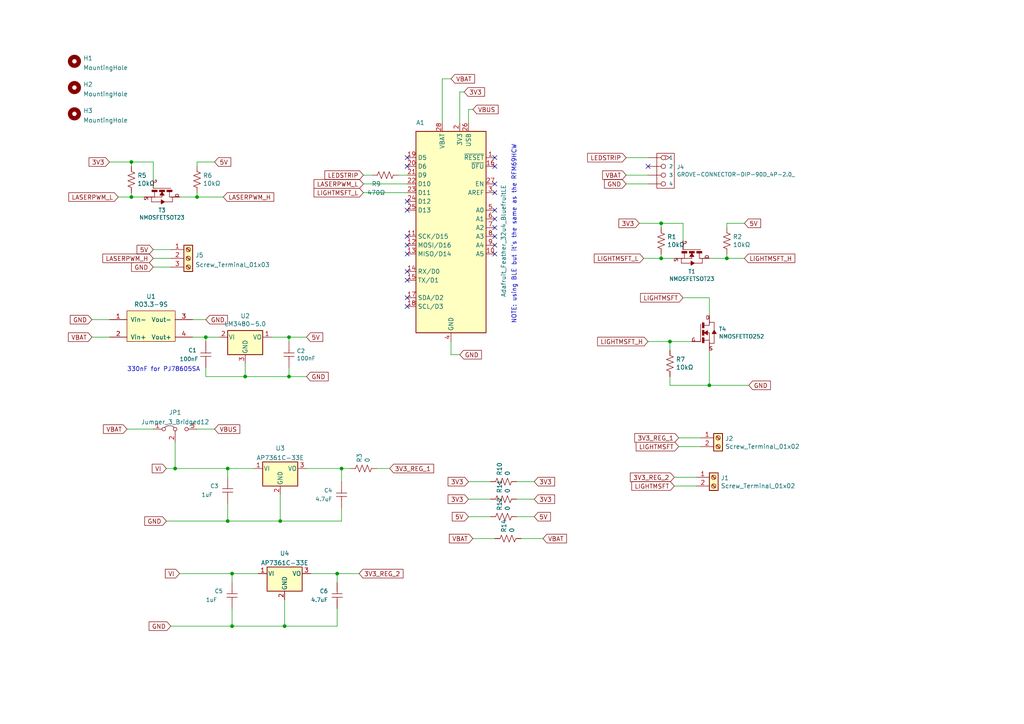
<source format=kicad_sch>
(kicad_sch (version 20211123) (generator eeschema)
  (paper "A4")
  (lib_symbols
    (symbol "Connector:Screw_Terminal_01x02" (pin_names (offset 1.016) hide)
      (property "Reference" "J" (at 0 2.54 0))
      (property "Value" "Screw_Terminal_01x02" (at 0 -5.08 0))
      (symbol "Screw_Terminal_01x02_1_1"
        (rectangle (start -1.27 1.27) (end 1.27 -3.81) (stroke (width 0.254)) (fill (type background)))
        (circle (center 0 -2.54) (radius 0.635) (stroke (width 0.1524)))
        (polyline (pts (xy -0.5334 -2.2098) (xy 0.3302 -3.048)) (stroke (width 0.1524)))
        (polyline (pts (xy -0.5334 0.3302) (xy 0.3302 -0.508)) (stroke (width 0.1524)))
        (polyline (pts (xy -0.3556 -2.032) (xy 0.508 -2.8702)) (stroke (width 0.1524)))
        (polyline (pts (xy -0.3556 0.508) (xy 0.508 -0.3302)) (stroke (width 0.1524)))
        (circle (center 0 0) (radius 0.635) (stroke (width 0.1524)))
        (pin passive line (at -5.08 0 0) (length 3.81) (name "Pin_1") (number "1"))
        (pin passive line (at -5.08 -2.54 0) (length 3.81) (name "Pin_2") (number "2"))
      )
    )
    (symbol "Connector:Screw_Terminal_01x03" (pin_names (offset 1.016) hide)
      (property "Reference" "J" (at 0 5.08 0))
      (property "Value" "Screw_Terminal_01x03" (at 0 -5.08 0))
      (symbol "Screw_Terminal_01x03_1_1"
        (rectangle (start -1.27 3.81) (end 1.27 -3.81) (stroke (width 0.254)) (fill (type background)))
        (circle (center 0 -2.54) (radius 0.635) (stroke (width 0.1524)))
        (polyline (pts (xy -0.5334 -2.2098) (xy 0.3302 -3.048)) (stroke (width 0.1524)))
        (polyline (pts (xy -0.5334 0.3302) (xy 0.3302 -0.508)) (stroke (width 0.1524)))
        (polyline (pts (xy -0.5334 2.8702) (xy 0.3302 2.032)) (stroke (width 0.1524)))
        (polyline (pts (xy -0.3556 -2.032) (xy 0.508 -2.8702)) (stroke (width 0.1524)))
        (polyline (pts (xy -0.3556 0.508) (xy 0.508 -0.3302)) (stroke (width 0.1524)))
        (polyline (pts (xy -0.3556 3.048) (xy 0.508 2.2098)) (stroke (width 0.1524)))
        (circle (center 0 0) (radius 0.635) (stroke (width 0.1524)))
        (circle (center 0 2.54) (radius 0.635) (stroke (width 0.1524)))
        (pin passive line (at -5.08 2.54 0) (length 3.81) (name "Pin_1") (number "1"))
        (pin passive line (at -5.08 0 0) (length 3.81) (name "Pin_2") (number "2"))
        (pin passive line (at -5.08 -2.54 0) (length 3.81) (name "Pin_3") (number "3"))
      )
    )
    (symbol "Converter_DCDC:RO3.3-9S" (pin_names (offset 1.016))
      (property "Reference" "U" (at 0 -5.08 0))
      (property "Value" "Converter_DCDC_RO3.3-9S" (at -1.27 6.35 0))
      (symbol "RO3.3-9S_0_1"
        (rectangle (start -7.62 5.08) (end 6.35 -3.81) (fill (type background)))
      )
      (symbol "RO3.3-9S_1_1"
        (pin input line (at -12.7 2.54 0) (length 5.08) (name "Vin-") (number "1"))
        (pin input line (at -12.7 -2.54 0) (length 5.08) (name "Vin+") (number "2"))
        (pin output line (at 11.43 2.54 180) (length 5.08) (name "Vout-") (number "3"))
        (pin output line (at 11.43 -2.54 180) (length 5.08) (name "Vout+") (number "4"))
      )
    )
    (symbol "Device:R_US" (pin_numbers hide) (pin_names (offset 0))
      (property "Reference" "R" (at 2.54 0 90))
      (property "Value" "R_US" (at -2.54 0 90))
      (symbol "R_US_0_1"
        (polyline (pts (xy 0 -2.286) (xy 0 -2.54)))
        (polyline (pts (xy 0 2.286) (xy 0 2.54)))
        (polyline (pts (xy 0 -0.762) (xy 1.016 -1.143) (xy 0 -1.524) (xy -1.016 -1.905) (xy 0 -2.286)))
        (polyline (pts (xy 0 0.762) (xy 1.016 0.381) (xy 0 0) (xy -1.016 -0.381) (xy 0 -0.762)))
        (polyline (pts (xy 0 2.286) (xy 1.016 1.905) (xy 0 1.524) (xy -1.016 1.143) (xy 0 0.762)))
      )
      (symbol "R_US_1_1"
        (pin passive line (at 0 3.81 270) (length 1.27) (name "~") (number "1"))
        (pin passive line (at 0 -3.81 90) (length 1.27) (name "~") (number "2"))
      )
    )
    (symbol "Jumper:Jumper_3_Bridged12" (pin_names (offset 0) hide)
      (property "Reference" "JP" (at -2.54 -2.54 0))
      (property "Value" "Jumper_3_Bridged12" (at 0 2.794 0))
      (symbol "Jumper_3_Bridged12_0_0"
        (circle (center -3.302 0) (radius 0.508))
        (circle (center 0 0) (radius 0.508))
        (circle (center 3.302 0) (radius 0.508))
      )
      (symbol "Jumper_3_Bridged12_0_1"
        (arc (start -0.254 0.508) (mid -1.651 0.9912) (end -3.048 0.508))
        (polyline (pts (xy 0 -1.27) (xy 0 -0.508)))
      )
      (symbol "Jumper_3_Bridged12_1_1"
        (pin passive line (at -6.35 0 0) (length 2.54) (name "A") (number "1"))
        (pin input line (at 0 -3.81 90) (length 2.54) (name "C") (number "2"))
        (pin passive line (at 6.35 0 180) (length 2.54) (name "B") (number "3"))
      )
    )
    (symbol "MCU_Module:Adafruit_Feather_32u4_BluefruitLE"
      (property "Reference" "A" (at -10.16 28.575 0))
      (property "Value" "Adafruit_Feather_32u4_BluefruitLE" (at 2.54 -31.75 0))
      (symbol "Adafruit_Feather_32u4_BluefruitLE_0_1"
        (rectangle (start -10.16 27.94) (end 10.16 -30.48) (stroke (width 0.254)) (fill (type background)))
      )
      (symbol "Adafruit_Feather_32u4_BluefruitLE_1_1"
        (pin input line (at 12.7 20.32 180) (length 2.54) (name "~{RESET}") (number "1"))
        (pin bidirectional line (at 12.7 -7.62 180) (length 2.54) (name "A5") (number "10"))
        (pin bidirectional line (at -12.7 -2.54 0) (length 2.54) (name "SCK/D15") (number "11"))
        (pin bidirectional line (at -12.7 -5.08 0) (length 2.54) (name "MOSI/D16") (number "12"))
        (pin bidirectional line (at -12.7 -7.62 0) (length 2.54) (name "MISO/D14") (number "13"))
        (pin bidirectional line (at -12.7 -12.7 0) (length 2.54) (name "RX/D0") (number "14"))
        (pin bidirectional line (at -12.7 -15.24 0) (length 2.54) (name "TX/D1") (number "15"))
        (pin input line (at 12.7 17.78 180) (length 2.54) (name "~{DFU}") (number "16"))
        (pin bidirectional line (at -12.7 -20.32 0) (length 2.54) (name "SDA/D2") (number "17"))
        (pin bidirectional line (at -12.7 -22.86 0) (length 2.54) (name "SCL/D3") (number "18"))
        (pin bidirectional line (at -12.7 20.32 0) (length 2.54) (name "D5") (number "19"))
        (pin power_in line (at 2.54 30.48 270) (length 2.54) (name "3V3") (number "2"))
        (pin bidirectional line (at -12.7 17.78 0) (length 2.54) (name "D6") (number "20"))
        (pin bidirectional line (at -12.7 15.24 0) (length 2.54) (name "D9") (number "21"))
        (pin bidirectional line (at -12.7 12.7 0) (length 2.54) (name "D10") (number "22"))
        (pin bidirectional line (at -12.7 10.16 0) (length 2.54) (name "D11") (number "23"))
        (pin bidirectional line (at -12.7 7.62 0) (length 2.54) (name "D12") (number "24"))
        (pin bidirectional line (at -12.7 5.08 0) (length 2.54) (name "D13") (number "25"))
        (pin power_in line (at 5.08 30.48 270) (length 2.54) (name "USB") (number "26"))
        (pin input line (at 12.7 12.7 180) (length 2.54) (name "EN") (number "27"))
        (pin power_in line (at -2.54 30.48 270) (length 2.54) (name "VBAT") (number "28"))
        (pin input line (at 12.7 10.16 180) (length 2.54) (name "AREF") (number "3"))
        (pin power_in line (at 0 -33.02 90) (length 2.54) (name "GND") (number "4"))
        (pin bidirectional line (at 12.7 5.08 180) (length 2.54) (name "A0") (number "5"))
        (pin bidirectional line (at 12.7 2.54 180) (length 2.54) (name "A1") (number "6"))
        (pin bidirectional line (at 12.7 0 180) (length 2.54) (name "A2") (number "7"))
        (pin bidirectional line (at 12.7 -2.54 180) (length 2.54) (name "A3") (number "8"))
        (pin bidirectional line (at 12.7 -5.08 180) (length 2.54) (name "A4") (number "9"))
      )
    )
    (symbol "Mechanical:MountingHole" (pin_names (offset 1.016))
      (property "Reference" "H" (at 0 5.08 0))
      (property "Value" "MountingHole" (at 0 3.175 0))
      (symbol "MountingHole_0_1"
        (circle (center 0 0) (radius 1.27) (stroke (width 1.27)))
      )
    )
    (symbol "OPL_Connector:GROVE-CONNECTOR-DIP-90D_4P-2.0_" (pin_numbers hide) (pin_names (offset 1.016))
      (property "Reference" "J" (at -6.35 6.35 0))
      (property "Value" "OPL_Connector_GROVE-CONNECTOR-DIP-90D_4P-2.0_" (at 0 6.35 0))
      (symbol "GROVE-CONNECTOR-DIP-90D_4P-2.0__1_0"
        (polyline (pts (xy -1.27 -5.08) (xy -1.27 5.08)))
        (polyline (pts (xy -1.27 5.08) (xy 3.81 5.08)))
        (polyline (pts (xy 3.81 -5.08) (xy -1.27 -5.08)))
        (polyline (pts (xy 3.81 5.08) (xy 3.81 -5.08)))
      )
      (symbol "GROVE-CONNECTOR-DIP-90D_4P-2.0__1_1"
        (pin bidirectional inverted_clock (at -3.81 3.81 0) (length 5.08) (name "1") (number "1"))
        (pin bidirectional inverted (at -3.81 1.27 0) (length 5.08) (name "2") (number "2"))
        (pin bidirectional inverted (at -3.81 -1.27 0) (length 5.08) (name "3") (number "3"))
        (pin bidirectional inverted (at -3.81 -3.81 0) (length 5.08) (name "4") (number "4"))
      )
    )
    (symbol "Regulator_Linear:AP7361C-33E" (pin_names (offset 0.254))
      (property "Reference" "U" (at -3.81 3.175 0))
      (property "Value" "AP7361C-33E" (at 0 3.175 0))
      (symbol "AP7361C-33E_0_1"
        (rectangle (start -5.08 -5.08) (end 5.08 1.905) (stroke (width 0.254)) (fill (type background)))
      )
      (symbol "AP7361C-33E_1_1"
        (pin power_in line (at -7.62 0 0) (length 2.54) (name "VI") (number "1"))
        (pin power_in line (at 0 -7.62 90) (length 2.54) (name "GND") (number "2"))
        (pin power_out line (at 7.62 0 180) (length 2.54) (name "VO") (number "3"))
      )
    )
    (symbol "Regulator_Linear:LM3480-5.0" (pin_names (offset 0.254))
      (property "Reference" "U" (at -3.81 3.175 0))
      (property "Value" "LM3480-5.0" (at 0 3.175 0))
      (symbol "LM3480-5.0_0_1"
        (rectangle (start -5.08 1.905) (end 5.08 -5.08) (stroke (width 0.254)) (fill (type background)))
      )
      (symbol "LM3480-5.0_1_1"
        (pin power_out line (at 7.62 0 180) (length 2.54) (name "VO") (number "1"))
        (pin power_in line (at -7.62 0 0) (length 2.54) (name "VI") (number "2"))
        (pin power_in line (at 0 -7.62 90) (length 2.54) (name "GND") (number "3"))
      )
    )
    (symbol "fab:CAP-UNPOLARIZEDFAB" (pin_numbers hide) (pin_names (offset 1.016) hide)
      (property "Reference" "C" (at -3.81 2.54 0))
      (property "Value" "fab_CAP-UNPOLARIZEDFAB" (at -3.81 -3.81 0))
      (symbol "CAP-UNPOLARIZEDFAB_1_0"
        (polyline (pts (xy -2.54 0) (xy -1.778 0)))
        (polyline (pts (xy -1.778 0) (xy -1.778 -1.524)))
        (polyline (pts (xy -1.778 1.524) (xy -1.778 0)))
        (polyline (pts (xy -0.762 0) (xy -0.762 -1.524)))
        (polyline (pts (xy -0.762 0) (xy 0 0)))
        (polyline (pts (xy -0.762 1.524) (xy -0.762 0)))
      )
      (symbol "CAP-UNPOLARIZEDFAB_1_1"
        (pin passive line (at -5.08 0 0) (length 2.54) (name "1") (number "1"))
        (pin passive line (at 2.54 0 180) (length 2.54) (name "2") (number "2"))
      )
    )
    (symbol "fab:NMOSFETSOT23" (pin_numbers hide) (pin_names (offset 1.016) hide)
      (property "Reference" "T" (at 2.54 2.54 0))
      (property "Value" "fab_NMOSFETSOT23" (at 2.54 0 0))
      (symbol "NMOSFETSOT23_1_0"
        (polyline (pts (xy -2.54 -2.54) (xy -2.54 2.54)))
        (polyline (pts (xy -1.524 -2.159) (xy 0 -2.159)))
        (polyline (pts (xy -1.524 2.159) (xy 0 2.159)))
        (polyline (pts (xy -0.508 0) (xy 0 0)))
        (polyline (pts (xy 0 -2.159) (xy 0 -2.54)))
        (polyline (pts (xy 0 0) (xy 0 -2.159)))
        (polyline (pts (xy 0 2.159) (xy 0 2.54)))
        (polyline (pts (xy 0 3.048) (xy 1.397 3.048)))
        (polyline (pts (xy 1.397 -3.048) (xy 0 -3.048)))
        (polyline (pts (xy 1.397 -0.254) (xy 1.397 -3.048)))
        (polyline (pts (xy 1.397 3.048) (xy 1.397 0.762)))
        (text "D" (at -0.4826 4.3942 0) (effects (font (size 1.016 1.016))))
        (text "G" (at -4.5974 -2.032 0) (effects (font (size 1.016 1.016))))
        (text "S" (at 0.4826 -4.572 0) (effects (font (size 1.016 1.016))))
      )
      (symbol "NMOSFETSOT23_1_1"
        (rectangle (start -2.032 -2.921) (end -1.524 -1.397) (fill (type outline)))
        (rectangle (start -2.032 -0.762) (end -1.524 0.762) (fill (type outline)))
        (rectangle (start -2.032 1.397) (end -1.524 2.921) (fill (type outline)))
        (polyline (pts (xy -1.524 0) (xy -0.508 0.635) (xy -0.508 0.635) (xy -0.508 -0.635) (xy -0.508 -0.635) (xy -1.524 0)) (fill (type outline)))
        (polyline (pts (xy 1.397 0.762) (xy 2.032 -0.254) (xy 2.032 -0.254) (xy 0.762 -0.254) (xy 0.762 -0.254) (xy 1.397 0.762)) (fill (type outline)))
        (pin passive line (at 0 5.08 270) (length 2.54) (name "D") (number "1"))
        (pin passive line (at 0 -5.08 90) (length 2.54) (name "S") (number "2"))
        (pin passive line (at -5.08 -2.54 0) (length 2.54) (name "G") (number "3"))
      )
    )
    (symbol "fab:NMOSFETTO252" (pin_numbers hide) (pin_names (offset 1.016) hide)
      (property "Reference" "T" (at 2.54 2.54 0))
      (property "Value" "fab_NMOSFETTO252" (at 2.54 0 0))
      (symbol "NMOSFETTO252_1_0"
        (polyline (pts (xy -2.54 -2.54) (xy -2.54 2.54)))
        (polyline (pts (xy -1.524 -2.159) (xy 0 -2.159)))
        (polyline (pts (xy -1.524 2.159) (xy 0 2.159)))
        (polyline (pts (xy -0.508 0) (xy 0 0)))
        (polyline (pts (xy 0 -2.159) (xy 0 -2.54)))
        (polyline (pts (xy 0 0) (xy 0 -2.159)))
        (polyline (pts (xy 0 2.159) (xy 0 2.54)))
        (polyline (pts (xy 0 3.048) (xy 1.397 3.048)))
        (polyline (pts (xy 1.397 -3.048) (xy 0 -3.048)))
        (polyline (pts (xy 1.397 -0.254) (xy 1.397 -3.048)))
        (polyline (pts (xy 1.397 3.048) (xy 1.397 0.762)))
        (text "D" (at -0.4826 4.3942 0) (effects (font (size 1.016 1.016))))
        (text "G" (at -4.5974 -2.032 0) (effects (font (size 1.016 1.016))))
        (text "S" (at 0.4826 -4.572 0) (effects (font (size 1.016 1.016))))
      )
      (symbol "NMOSFETTO252_1_1"
        (rectangle (start -2.032 -2.921) (end -1.524 -1.397) (fill (type outline)))
        (rectangle (start -2.032 -0.762) (end -1.524 0.762) (fill (type outline)))
        (rectangle (start -2.032 1.397) (end -1.524 2.921) (fill (type outline)))
        (polyline (pts (xy -1.524 0) (xy -0.508 0.635) (xy -0.508 0.635) (xy -0.508 -0.635) (xy -0.508 -0.635) (xy -1.524 0)) (fill (type outline)))
        (polyline (pts (xy 1.397 0.762) (xy 2.032 -0.254) (xy 2.032 -0.254) (xy 0.762 -0.254) (xy 0.762 -0.254) (xy 1.397 0.762)) (fill (type outline)))
        (pin passive line (at -5.08 -2.54 0) (length 2.54) (name "G") (number "1"))
        (pin passive line (at 0 -5.08 90) (length 2.54) (name "S") (number "2"))
        (pin passive line (at 0 5.08 270) (length 2.54) (name "D") (number "3"))
      )
    )
  )
  (junction (at 81.28 151.13))
  (junction (at 82.55 181.61))
  (junction (at 38.1 46.99))
  (junction (at 194.31 99.06))
  (junction (at 205.74 111.76))
  (junction (at 50.8 135.89))
  (junction (at 191.77 74.93))
  (junction (at 38.1 57.15))
  (junction (at 83.82 97.79))
  (junction (at 97.79 166.37))
  (junction (at 71.12 109.22))
  (junction (at 210.82 74.93))
  (junction (at 57.15 57.15))
  (junction (at 99.06 135.89))
  (junction (at 59.69 97.79))
  (junction (at 83.82 109.22))
  (junction (at 67.31 181.61))
  (junction (at 191.77 64.77))
  (junction (at 67.31 166.37))
  (junction (at 66.04 135.89))
  (junction (at 66.04 151.13))
  (no_connect (at 118.11 81.28))
  (no_connect (at 143.51 66.04))
  (no_connect (at 118.11 48.26))
  (no_connect (at 143.51 73.66))
  (no_connect (at 118.11 78.74))
  (no_connect (at 118.11 60.96))
  (no_connect (at 118.11 58.42))
  (no_connect (at 118.11 68.58))
  (no_connect (at 118.11 45.72))
  (no_connect (at 143.51 48.26))
  (no_connect (at 143.51 68.58))
  (no_connect (at 143.51 60.96))
  (no_connect (at 143.51 55.88))
  (no_connect (at 118.11 73.66))
  (no_connect (at 143.51 63.5))
  (no_connect (at 143.51 53.34))
  (no_connect (at 118.11 88.9))
  (no_connect (at 187.96 48.26))
  (no_connect (at 143.51 45.72))
  (no_connect (at 143.51 71.12))
  (no_connect (at 118.11 86.36))
  (no_connect (at 118.11 71.12))
  (wire (pts (xy 66.04 135.89) (xy 73.66 135.89)))
  (wire (pts (xy 191.77 73.66) (xy 191.77 74.93)))
  (wire (pts (xy 67.31 181.61) (xy 82.55 181.61)))
  (wire (pts (xy 38.1 57.15) (xy 38.1 55.88)))
  (wire (pts (xy 57.15 57.15) (xy 52.07 57.15)))
  (wire (pts (xy 66.04 146.05) (xy 66.04 151.13)))
  (wire (pts (xy 205.74 101.6) (xy 205.74 111.76)))
  (wire (pts (xy 59.69 109.22) (xy 71.12 109.22)))
  (wire (pts (xy 38.1 46.99) (xy 44.45 46.99)))
  (wire (pts (xy 210.82 74.93) (xy 215.9 74.93)))
  (wire (pts (xy 36.83 124.46) (xy 44.45 124.46)))
  (wire (pts (xy 137.16 31.75) (xy 135.89 31.75)))
  (wire (pts (xy 90.17 166.37) (xy 97.79 166.37)))
  (wire (pts (xy 71.12 109.22) (xy 71.12 105.41)))
  (wire (pts (xy 83.82 109.22) (xy 71.12 109.22)))
  (wire (pts (xy 134.62 26.67) (xy 133.35 26.67)))
  (wire (pts (xy 196.85 129.54) (xy 203.2 129.54)))
  (wire (pts (xy 31.75 46.99) (xy 38.1 46.99)))
  (wire (pts (xy 82.55 181.61) (xy 82.55 173.99)))
  (wire (pts (xy 194.31 109.22) (xy 194.31 111.76)))
  (wire (pts (xy 26.67 92.71) (xy 31.75 92.71)))
  (wire (pts (xy 57.15 48.26) (xy 57.15 46.99)))
  (wire (pts (xy 128.27 22.86) (xy 128.27 35.56)))
  (wire (pts (xy 105.41 53.34) (xy 118.11 53.34)))
  (wire (pts (xy 205.74 86.36) (xy 205.74 91.44)))
  (wire (pts (xy 26.67 97.79) (xy 31.75 97.79)))
  (wire (pts (xy 99.06 135.89) (xy 101.6 135.89)))
  (wire (pts (xy 52.07 166.37) (xy 67.31 166.37)))
  (wire (pts (xy 194.31 101.6) (xy 194.31 99.06)))
  (wire (pts (xy 59.69 99.06) (xy 59.69 97.79)))
  (wire (pts (xy 105.41 55.88) (xy 118.11 55.88)))
  (wire (pts (xy 133.35 102.87) (xy 130.81 102.87)))
  (wire (pts (xy 83.82 106.68) (xy 83.82 109.22)))
  (wire (pts (xy 151.13 156.21) (xy 157.48 156.21)))
  (wire (pts (xy 34.29 57.15) (xy 38.1 57.15)))
  (wire (pts (xy 57.15 124.46) (xy 62.23 124.46)))
  (wire (pts (xy 210.82 64.77) (xy 215.9 64.77)))
  (wire (pts (xy 186.69 74.93) (xy 191.77 74.93)))
  (wire (pts (xy 66.04 135.89) (xy 66.04 138.43)))
  (wire (pts (xy 149.86 149.86) (xy 154.94 149.86)))
  (wire (pts (xy 196.85 127) (xy 203.2 127)))
  (wire (pts (xy 44.45 74.93) (xy 49.53 74.93)))
  (wire (pts (xy 67.31 166.37) (xy 67.31 168.91)))
  (wire (pts (xy 135.89 139.7) (xy 142.24 139.7)))
  (wire (pts (xy 194.31 111.76) (xy 205.74 111.76)))
  (wire (pts (xy 50.8 128.27) (xy 50.8 135.89)))
  (wire (pts (xy 205.74 74.93) (xy 210.82 74.93)))
  (wire (pts (xy 44.45 72.39) (xy 49.53 72.39)))
  (wire (pts (xy 81.28 151.13) (xy 99.06 151.13)))
  (wire (pts (xy 64.77 57.15) (xy 57.15 57.15)))
  (wire (pts (xy 133.35 26.67) (xy 133.35 35.56)))
  (wire (pts (xy 149.86 144.78) (xy 154.94 144.78)))
  (wire (pts (xy 130.81 22.86) (xy 128.27 22.86)))
  (wire (pts (xy 83.82 99.06) (xy 83.82 97.79)))
  (wire (pts (xy 115.57 50.8) (xy 118.11 50.8)))
  (wire (pts (xy 67.31 176.53) (xy 67.31 181.61)))
  (wire (pts (xy 78.74 97.79) (xy 83.82 97.79)))
  (wire (pts (xy 185.42 64.77) (xy 191.77 64.77)))
  (wire (pts (xy 191.77 66.04) (xy 191.77 64.77)))
  (wire (pts (xy 191.77 64.77) (xy 198.12 64.77)))
  (wire (pts (xy 88.9 109.22) (xy 83.82 109.22)))
  (wire (pts (xy 135.89 31.75) (xy 135.89 35.56)))
  (wire (pts (xy 55.88 97.79) (xy 59.69 97.79)))
  (wire (pts (xy 130.81 102.87) (xy 130.81 99.06)))
  (wire (pts (xy 57.15 46.99) (xy 62.23 46.99)))
  (wire (pts (xy 135.89 149.86) (xy 142.24 149.86)))
  (wire (pts (xy 195.58 140.97) (xy 201.93 140.97)))
  (wire (pts (xy 105.41 50.8) (xy 107.95 50.8)))
  (wire (pts (xy 83.82 97.79) (xy 88.9 97.79)))
  (wire (pts (xy 59.69 106.68) (xy 59.69 109.22)))
  (wire (pts (xy 82.55 181.61) (xy 97.79 181.61)))
  (wire (pts (xy 187.96 50.8) (xy 181.61 50.8)))
  (wire (pts (xy 59.69 97.79) (xy 63.5 97.79)))
  (wire (pts (xy 38.1 57.15) (xy 41.91 57.15)))
  (wire (pts (xy 99.06 135.89) (xy 99.06 139.7)))
  (wire (pts (xy 99.06 151.13) (xy 99.06 147.32)))
  (wire (pts (xy 210.82 66.04) (xy 210.82 64.77)))
  (wire (pts (xy 97.79 166.37) (xy 104.14 166.37)))
  (wire (pts (xy 135.89 144.78) (xy 142.24 144.78)))
  (wire (pts (xy 44.45 46.99) (xy 44.45 52.07)))
  (wire (pts (xy 48.26 151.13) (xy 66.04 151.13)))
  (wire (pts (xy 67.31 166.37) (xy 74.93 166.37)))
  (wire (pts (xy 194.31 99.06) (xy 200.66 99.06)))
  (wire (pts (xy 48.26 135.89) (xy 50.8 135.89)))
  (wire (pts (xy 195.58 138.43) (xy 201.93 138.43)))
  (wire (pts (xy 181.61 53.34) (xy 187.96 53.34)))
  (wire (pts (xy 198.12 86.36) (xy 205.74 86.36)))
  (wire (pts (xy 88.9 135.89) (xy 99.06 135.89)))
  (wire (pts (xy 210.82 73.66) (xy 210.82 74.93)))
  (wire (pts (xy 57.15 55.88) (xy 57.15 57.15)))
  (wire (pts (xy 205.74 111.76) (xy 217.17 111.76)))
  (wire (pts (xy 198.12 64.77) (xy 198.12 69.85)))
  (wire (pts (xy 81.28 151.13) (xy 81.28 143.51)))
  (wire (pts (xy 181.61 45.72) (xy 187.96 45.72)))
  (wire (pts (xy 97.79 166.37) (xy 97.79 168.91)))
  (wire (pts (xy 49.53 181.61) (xy 67.31 181.61)))
  (wire (pts (xy 50.8 135.89) (xy 66.04 135.89)))
  (wire (pts (xy 55.88 92.71) (xy 59.69 92.71)))
  (wire (pts (xy 109.22 135.89) (xy 113.03 135.89)))
  (wire (pts (xy 191.77 74.93) (xy 195.58 74.93)))
  (wire (pts (xy 97.79 181.61) (xy 97.79 176.53)))
  (wire (pts (xy 66.04 151.13) (xy 81.28 151.13)))
  (wire (pts (xy 38.1 48.26) (xy 38.1 46.99)))
  (wire (pts (xy 149.86 139.7) (xy 154.94 139.7)))
  (wire (pts (xy 44.45 77.47) (xy 49.53 77.47)))
  (wire (pts (xy 137.16 156.21) (xy 143.51 156.21)))
  (wire (pts (xy 187.96 99.06) (xy 194.31 99.06)))
  (text "NOTE: using BLE but it’s the same as the RFM69HCW" (at 149.86 93.98 90) (effects (font (size 1.27 1.27)) (justify left bottom)))
  (text "330nF for PJ78605SA" (at 36.83 107.95 0) (effects (font (size 1.27 1.27)) (justify left bottom)))
  (global_label "GND" (shape input) (at 44.45 77.47 180) (property "Intersheet References" "${INTERSHEET_REFS}" (effects hide)))
  (global_label "VI" (shape input) (at 52.07 166.37 180) (property "Intersheet References" "${INTERSHEET_REFS}" (effects hide)))
  (global_label "GND" (shape input) (at 133.35 102.87 0) (property "Intersheet References" "${INTERSHEET_REFS}" (effects hide)))
  (global_label "VI" (shape input) (at 48.26 135.89 180) (property "Intersheet References" "${INTERSHEET_REFS}" (effects hide)))
  (global_label "VBAT" (shape input) (at 36.83 124.46 180) (property "Intersheet References" "${INTERSHEET_REFS}" (effects hide)))
  (global_label "5V" (shape input) (at 44.45 72.39 180) (property "Intersheet References" "${INTERSHEET_REFS}" (effects hide)))
  (global_label "3V3_REG_2" (shape input) (at 195.58 138.43 180) (property "Intersheet References" "${INTERSHEET_REFS}" (effects hide)))
  (global_label "LIGHTMSFT_H" (shape input) (at 187.96 99.06 180) (property "Intersheet References" "${INTERSHEET_REFS}" (effects hide)))
  (global_label "3V3_REG_2" (shape input) (at 104.14 166.37 0) (property "Intersheet References" "${INTERSHEET_REFS}" (effects hide)))
  (global_label "LIGHTMSFT" (shape input) (at 196.85 129.54 180) (property "Intersheet References" "${INTERSHEET_REFS}" (effects hide)))
  (global_label "GND" (shape input) (at 181.61 53.34 180) (property "Intersheet References" "${INTERSHEET_REFS}" (effects hide)))
  (global_label "5V" (shape input) (at 62.23 46.99 0) (property "Intersheet References" "${INTERSHEET_REFS}" (effects hide)))
  (global_label "LIGHTMSFT" (shape input) (at 195.58 140.97 180) (property "Intersheet References" "${INTERSHEET_REFS}" (effects hide)))
  (global_label "5V" (shape input) (at 215.9 64.77 0) (property "Intersheet References" "${INTERSHEET_REFS}" (effects hide)))
  (global_label "VBAT" (shape input) (at 181.61 50.8 180) (property "Intersheet References" "${INTERSHEET_REFS}" (effects hide)))
  (global_label "VBUS" (shape input) (at 137.16 31.75 0) (property "Intersheet References" "${INTERSHEET_REFS}" (effects hide)))
  (global_label "LASERPWM_H" (shape input) (at 44.45 74.93 180) (property "Intersheet References" "${INTERSHEET_REFS}" (effects hide)))
  (global_label "LASERPWM_H" (shape input) (at 64.77 57.15 0) (property "Intersheet References" "${INTERSHEET_REFS}" (effects hide)))
  (global_label "GND" (shape input) (at 59.69 92.71 0) (property "Intersheet References" "${INTERSHEET_REFS}" (effects hide)))
  (global_label "3V3" (shape input) (at 135.89 139.7 180) (property "Intersheet References" "${INTERSHEET_REFS}" (effects hide)))
  (global_label "3V3" (shape input) (at 154.94 144.78 0) (property "Intersheet References" "${INTERSHEET_REFS}" (effects hide)))
  (global_label "3V3" (shape input) (at 185.42 64.77 180) (property "Intersheet References" "${INTERSHEET_REFS}" (effects hide)))
  (global_label "GND" (shape input) (at 88.9 109.22 0) (property "Intersheet References" "${INTERSHEET_REFS}" (effects hide)))
  (global_label "VBAT" (shape input) (at 137.16 156.21 180) (property "Intersheet References" "${INTERSHEET_REFS}" (effects hide)))
  (global_label "5V" (shape input) (at 135.89 149.86 180) (property "Intersheet References" "${INTERSHEET_REFS}" (effects hide)))
  (global_label "LEDSTRIP" (shape input) (at 181.61 45.72 180) (property "Intersheet References" "${INTERSHEET_REFS}" (effects hide)))
  (global_label "GND" (shape input) (at 26.67 92.71 180) (property "Intersheet References" "${INTERSHEET_REFS}" (effects hide)))
  (global_label "3V3" (shape input) (at 154.94 139.7 0) (property "Intersheet References" "${INTERSHEET_REFS}" (effects hide)))
  (global_label "VBAT" (shape input) (at 157.48 156.21 0) (property "Intersheet References" "${INTERSHEET_REFS}" (effects hide)))
  (global_label "VBAT" (shape input) (at 130.81 22.86 0) (property "Intersheet References" "${INTERSHEET_REFS}" (effects hide)))
  (global_label "LASERPWM_L" (shape input) (at 105.41 53.34 180) (property "Intersheet References" "${INTERSHEET_REFS}" (effects hide)))
  (global_label "LIGHTMSFT_L" (shape input) (at 105.41 55.88 180) (property "Intersheet References" "${INTERSHEET_REFS}" (effects hide)))
  (global_label "VBAT" (shape input) (at 26.67 97.79 180) (property "Intersheet References" "${INTERSHEET_REFS}" (effects hide)))
  (global_label "GND" (shape input) (at 49.53 181.61 180) (property "Intersheet References" "${INTERSHEET_REFS}" (effects hide)))
  (global_label "LEDSTRIP" (shape input) (at 105.41 50.8 180) (property "Intersheet References" "${INTERSHEET_REFS}" (effects hide)))
  (global_label "GND" (shape input) (at 217.17 111.76 0) (property "Intersheet References" "${INTERSHEET_REFS}" (effects hide)))
  (global_label "3V3_REG_1" (shape input) (at 196.85 127 180) (property "Intersheet References" "${INTERSHEET_REFS}" (effects hide)))
  (global_label "3V3" (shape input) (at 134.62 26.67 0) (property "Intersheet References" "${INTERSHEET_REFS}" (effects hide)))
  (global_label "LASERPWM_L" (shape input) (at 34.29 57.15 180) (property "Intersheet References" "${INTERSHEET_REFS}" (effects hide)))
  (global_label "5V" (shape input) (at 88.9 97.79 0) (property "Intersheet References" "${INTERSHEET_REFS}" (effects hide)))
  (global_label "3V3_REG_1" (shape input) (at 113.03 135.89 0) (property "Intersheet References" "${INTERSHEET_REFS}" (effects hide)))
  (global_label "GND" (shape input) (at 48.26 151.13 180) (property "Intersheet References" "${INTERSHEET_REFS}" (effects hide)))
  (global_label "LIGHTMSFT_L" (shape input) (at 186.69 74.93 180) (property "Intersheet References" "${INTERSHEET_REFS}" (effects hide)))
  (global_label "3V3" (shape input) (at 135.89 144.78 180) (property "Intersheet References" "${INTERSHEET_REFS}" (effects hide)))
  (global_label "3V3" (shape input) (at 31.75 46.99 180) (property "Intersheet References" "${INTERSHEET_REFS}" (effects hide)))
  (global_label "LIGHTMSFT" (shape input) (at 198.12 86.36 180) (property "Intersheet References" "${INTERSHEET_REFS}" (effects hide)))
  (global_label "5V" (shape input) (at 154.94 149.86 0) (property "Intersheet References" "${INTERSHEET_REFS}" (effects hide)))
  (global_label "VBUS" (shape input) (at 62.23 124.46 0) (property "Intersheet References" "${INTERSHEET_REFS}" (effects hide)))
  (global_label "LIGHTMSFT_H" (shape input) (at 215.9 74.93 0) (property "Intersheet References" "${INTERSHEET_REFS}" (effects hide)))
  (symbol (lib_id "MCU_Module:Adafruit_Feather_32u4_BluefruitLE") (at 130.81 66.04 0) (unit 1)
    (property "Reference" "A1" (at 121.92 35.56 0))
    (property "Value" "Adafruit_Feather_32u4_BluefruitLE" (at 146.05 69.85 90))
    (property "Footprint" "Module:Adafruit_Feather" (effects hide))
    (property "Datasheet" "https://cdn-learn.adafruit.com/downloads/pdf/adafruit-feather-32u4-bluefruit-le.pdf" (effects hide))
  )
  (symbol (lib_id "Converter_DCDC:RO3.3-9S") (at 44.45 95.25 0) (unit 1)
    (property "Reference" "U1" (at 43.815 85.979 0))
    (property "Value" "RO3.3-9S" (at 43.815 88.2904 0))
    (property "Footprint" "Converter_DCDC:Converter_DCDC_RECOM_RO_3.309S" (effects hide))
    (property "Datasheet" "https://www.mouser.es/datasheet/2/468/RO-1711124.pdf" (effects hide))
  )
  (symbol (lib_id "Regulator_Linear:LM3480-5.0") (at 71.12 97.79 0) (unit 1)
    (property "Reference" "U2" (at 71.12 91.6432 0))
    (property "Value" "LM3480-5.0" (at 71.12 93.9546 0))
    (property "Footprint" "Package_TO_SOT_SMD:SOT-23" (effects hide))
    (property "Datasheet" "http://www.ti.com/lit/ds/symlink/lm3480.pdf" (effects hide))
  )
  (symbol (lib_id "fab:CAP-UNPOLARIZEDFAB") (at 83.82 104.14 270) (unit 1)
    (property "Reference" "C2" (at 86.0552 101.8032 90) (effects (font (size 1.143 1.143)) (justify left)))
    (property "Value" "100nF" (at 86.0552 103.9368 90) (effects (font (size 1.143 1.143)) (justify left)))
    (property "Footprint" "fab-C1206FAB" (effects hide))
  )
  (symbol (lib_id "fab:CAP-UNPOLARIZEDFAB") (at 59.69 104.14 270) (unit 1)
    (property "Reference" "C1" (at 54.61 101.6 90) (effects (font (size 1.143 1.143)) (justify left)))
    (property "Value" "100nF" (at 52.07 104.14 90) (effects (font (size 1.143 1.143)) (justify left)))
    (property "Footprint" "fab-C1206FAB" (effects hide))
  )
  (symbol (lib_id "OPL_Connector:GROVE-CONNECTOR-DIP-90D_4P-2.0_") (at 191.77 49.53 0) (unit 1)
    (property "Reference" "J4" (at 196.2912 48.4632 0) (effects (font (size 1.143 1.143)) (justify left)))
    (property "Value" "GROVE-CONNECTOR-DIP-90D_4P-2.0_" (at 196.2912 50.5968 0) (effects (font (size 1.143 1.143)) (justify left)))
    (property "Footprint" "OPL_Connector:HW4-2.0-90D" (effects hide))
    (property "SKU" "320110034" (effects hide))
  )
  (symbol (lib_id "fab:NMOSFETSOT23") (at 200.66 74.93 270) (unit 1)
    (property "Reference" "T1" (at 200.66 78.74 90) (effects (font (size 1.143 1.143))))
    (property "Value" "NMOSFETSOT23" (at 200.66 80.8736 90) (effects (font (size 1.143 1.143))))
    (property "Footprint" "fab-SOT-23" (effects hide))
  )
  (symbol (lib_id "Device:R_US") (at 191.77 69.85 0) (unit 1)
    (property "Reference" "R1" (at 193.4972 68.6816 0) (effects (justify left)))
    (property "Value" "10kΩ" (at 193.4972 70.993 0) (effects (justify left)))
    (property "Footprint" "fab:fab-R1206FAB" (effects hide))
  )
  (symbol (lib_id "Device:R_US") (at 210.82 69.85 0) (unit 1)
    (property "Reference" "R2" (at 212.5472 68.6816 0) (effects (justify left)))
    (property "Value" "10kΩ" (at 212.5472 70.993 0) (effects (justify left)))
    (property "Footprint" "fab:fab-R1206FAB" (effects hide))
  )
  (symbol (lib_id "fab:NMOSFETSOT23") (at 46.99 57.15 270) (unit 1)
    (property "Reference" "T3" (at 46.99 60.96 90) (effects (font (size 1.143 1.143))))
    (property "Value" "NMOSFETSOT23" (at 46.99 63.0936 90) (effects (font (size 1.143 1.143))))
    (property "Footprint" "fab-SOT-23" (effects hide))
  )
  (symbol (lib_id "Device:R_US") (at 38.1 52.07 0) (unit 1)
    (property "Reference" "R5" (at 39.8272 50.9016 0) (effects (justify left)))
    (property "Value" "10kΩ" (at 39.8272 53.213 0) (effects (justify left)))
    (property "Footprint" "fab:fab-R1206FAB" (effects hide))
  )
  (symbol (lib_id "Device:R_US") (at 57.15 52.07 0) (unit 1)
    (property "Reference" "R6" (at 58.8772 50.9016 0) (effects (justify left)))
    (property "Value" "10kΩ" (at 58.8772 53.213 0) (effects (justify left)))
    (property "Footprint" "fab:fab-R1206FAB" (effects hide))
  )
  (symbol (lib_id "fab:NMOSFETTO252") (at 205.74 96.52 0) (unit 1)
    (property "Reference" "T4" (at 208.4832 95.4532 0) (effects (font (size 1.143 1.143)) (justify left)))
    (property "Value" "NMOSFETTO252" (at 208.4832 97.5868 0) (effects (font (size 1.143 1.143)) (justify left)))
    (property "Footprint" "fab-TO252" (effects hide))
  )
  (symbol (lib_id "Device:R_US") (at 194.31 105.41 0) (unit 1)
    (property "Reference" "R7" (at 196.0372 104.2416 0) (effects (justify left)))
    (property "Value" "10kΩ" (at 196.0372 106.553 0) (effects (justify left)))
    (property "Footprint" "fab:fab-R1206FAB" (effects hide))
  )
  (symbol (lib_id "Connector:Screw_Terminal_01x02") (at 208.28 127 0) (unit 1)
    (property "Reference" "J2" (at 210.312 127.2032 0) (effects (justify left)))
    (property "Value" "Screw_Terminal_01x02" (at 210.312 129.5146 0) (effects (justify left)))
    (property "Footprint" "TerminalBlock_Phoenix:TerminalBlock_Phoenix_PT-1,5-2-3.5-H_1x02_P3.50mm_Horizontal" (effects hide))
  )
  (symbol (lib_id "Regulator_Linear:AP7361C-33E") (at 82.55 166.37 0) (unit 1)
    (property "Reference" "U4" (at 82.55 160.4985 0))
    (property "Value" "AP7361C-33E" (at 82.55 163.2736 0))
    (property "Footprint" "Package_TO_SOT_SMD:SOT-223-3_TabPin2" (effects hide))
    (property "Datasheet" "https://www.diodes.com/assets/Datasheets/AP7361C.pdf" (effects hide))
  )
  (symbol (lib_id "Connector:Screw_Terminal_01x02") (at 207.01 138.43 0) (unit 1)
    (property "Reference" "J1" (at 209.042 138.6332 0) (effects (justify left)))
    (property "Value" "Screw_Terminal_01x02" (at 209.042 140.9446 0) (effects (justify left)))
    (property "Footprint" "TerminalBlock_Phoenix:TerminalBlock_Phoenix_PT-1,5-2-3.5-H_1x02_P3.50mm_Horizontal" (effects hide))
  )
  (symbol (lib_id "Device:R_US") (at 111.76 50.8 90) (unit 1)
    (property "Reference" "R9" (at 110.49 53.34 90) (effects (justify left)))
    (property "Value" "470Ω" (at 111.76 55.88 90) (effects (justify left)))
    (property "Footprint" "fab:fab-R1206FAB" (effects hide))
  )
  (symbol (lib_id "fab:CAP-UNPOLARIZEDFAB") (at 99.06 144.78 270) (unit 1)
    (property "Reference" "C4" (at 93.98 142.24 90) (effects (font (size 1.143 1.143)) (justify left)))
    (property "Value" "4.7uF" (at 91.44 144.78 90) (effects (font (size 1.143 1.143)) (justify left)))
    (property "Footprint" "fab-C1206FAB" (effects hide))
  )
  (symbol (lib_id "Mechanical:MountingHole") (at 21.59 17.78 0) (unit 1)
    (property "Reference" "H1" (at 24.13 16.8715 0) (effects (justify left)))
    (property "Value" "MountingHole" (at 24.13 19.6466 0) (effects (justify left)))
    (property "Footprint" "MountingHole:MountingHole_3.2mm_M3" (effects hide))
  )
  (symbol (lib_id "Connector:Screw_Terminal_01x03") (at 54.61 74.93 0) (unit 1)
    (property "Reference" "J5" (at 56.642 74.0215 0) (effects (justify left)))
    (property "Value" "Screw_Terminal_01x03" (at 56.642 76.7966 0) (effects (justify left)))
    (property "Footprint" "TerminalBlock_Phoenix:TerminalBlock_Phoenix_PT-1,5-3-3.5-H_1x03_P3.50mm_Horizontal" (effects hide))
  )
  (symbol (lib_id "Device:R_US") (at 105.41 135.89 90) (unit 1)
    (property "Reference" "R3" (at 104.2416 134.1628 0) (effects (justify left)))
    (property "Value" "0" (at 106.553 134.1628 0) (effects (justify left)))
    (property "Footprint" "fab:fab-R1206FAB" (effects hide))
  )
  (symbol (lib_id "Mechanical:MountingHole") (at 21.59 25.4 0) (unit 1)
    (property "Reference" "H2" (at 24.13 24.4915 0) (effects (justify left)))
    (property "Value" "MountingHole" (at 24.13 27.2666 0) (effects (justify left)))
    (property "Footprint" "MountingHole:MountingHole_3.2mm_M3" (effects hide))
  )
  (symbol (lib_id "Device:R_US") (at 146.05 149.86 90) (unit 1)
    (property "Reference" "R12" (at 144.8816 148.1328 0) (effects (justify left)))
    (property "Value" "0" (at 147.193 148.1328 0) (effects (justify left)))
    (property "Footprint" "fab:fab-R1206FAB" (effects hide))
  )
  (symbol (lib_id "Regulator_Linear:AP7361C-33E") (at 81.28 135.89 0) (unit 1)
    (property "Reference" "U3" (at 81.28 130.0185 0))
    (property "Value" "AP7361C-33E" (at 81.28 132.7936 0))
    (property "Footprint" "Package_TO_SOT_SMD:SOT-223-3_TabPin2" (effects hide))
    (property "Datasheet" "https://www.diodes.com/assets/Datasheets/AP7361C.pdf" (effects hide))
  )
  (symbol (lib_id "fab:CAP-UNPOLARIZEDFAB") (at 66.04 143.51 270) (unit 1)
    (property "Reference" "C3" (at 60.96 140.97 90) (effects (font (size 1.143 1.143)) (justify left)))
    (property "Value" "1uF" (at 58.42 143.51 90) (effects (font (size 1.143 1.143)) (justify left)))
    (property "Footprint" "fab-C1206FAB" (effects hide))
  )
  (symbol (lib_id "fab:CAP-UNPOLARIZEDFAB") (at 67.31 173.99 270) (unit 1)
    (property "Reference" "C5" (at 62.23 171.45 90) (effects (font (size 1.143 1.143)) (justify left)))
    (property "Value" "1uF" (at 59.69 173.99 90) (effects (font (size 1.143 1.143)) (justify left)))
    (property "Footprint" "fab-C1206FAB" (effects hide))
  )
  (symbol (lib_id "fab:CAP-UNPOLARIZEDFAB") (at 97.79 173.99 270) (unit 1)
    (property "Reference" "C6" (at 92.71 171.45 90) (effects (font (size 1.143 1.143)) (justify left)))
    (property "Value" "4.7uF" (at 90.17 173.99 90) (effects (font (size 1.143 1.143)) (justify left)))
    (property "Footprint" "fab-C1206FAB" (effects hide))
  )
  (symbol (lib_id "Mechanical:MountingHole") (at 21.59 33.02 0) (unit 1)
    (property "Reference" "H3" (at 24.13 32.1115 0) (effects (justify left)))
    (property "Value" "MountingHole" (at 24.13 34.8866 0) (effects (justify left)))
    (property "Footprint" "MountingHole:MountingHole_3.2mm_M3" (effects hide))
  )
  (symbol (lib_id "Jumper:Jumper_3_Bridged12") (at 50.8 124.46 0) (unit 1)
    (property "Reference" "JP1" (at 50.8 119.6293 0))
    (property "Value" "Jumper_3_Bridged12" (at 50.8 122.4044 0))
    (property "Footprint" "Jumper:SolderJumper-3_P1.3mm_Bridged12_RoundedPad1.0x1.5mm" (effects hide))
  )
  (symbol (lib_id "Device:R_US") (at 146.05 144.78 90) (unit 1)
    (property "Reference" "R11" (at 144.8816 143.0528 0) (effects (justify left)))
    (property "Value" "0" (at 147.193 143.0528 0) (effects (justify left)))
    (property "Footprint" "fab:fab-R1206FAB" (effects hide))
  )
  (symbol (lib_id "Device:R_US") (at 146.05 139.7 90) (unit 1)
    (property "Reference" "R10" (at 144.8816 137.9728 0) (effects (justify left)))
    (property "Value" "0" (at 147.193 137.9728 0) (effects (justify left)))
    (property "Footprint" "fab:fab-R1206FAB" (effects hide))
  )
  (symbol (lib_id "Device:R_US") (at 147.32 156.21 90) (unit 1)
    (property "Reference" "R14" (at 146.1516 154.4828 0) (effects (justify left)))
    (property "Value" "0" (at 148.463 154.4828 0) (effects (justify left)))
    (property "Footprint" "fab:fab-R1206FAB" (effects hide))
  )
)
</source>
